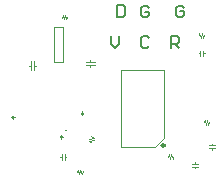
<source format=gbr>
%TF.GenerationSoftware,Altium Limited,Altium Designer,20.1.8 (145)*%
G04 Layer_Color=65535*
%FSLAX44Y44*%
%MOMM*%
%TF.SameCoordinates,E4642572-F947-42A3-9A2D-1DA0FD0549A1*%
%TF.FilePolarity,Positive*%
%TF.FileFunction,Legend,Top*%
%TF.Part,Single*%
G01*
G75*
%TA.AperFunction,NonConductor*%
%ADD32C,0.1000*%
%ADD33C,0.1016*%
%ADD45C,0.2500*%
%ADD46C,0.2032*%
D32*
X10045342Y10059832D02*
G03*
X10045342Y10059832I-500J0D01*
G01*
X10095579Y10045183D02*
G03*
X10095579Y10045183I-500J0D01*
G01*
X10105385Y10054150D02*
G03*
X10105385Y10054150I-500J0D01*
G01*
D33*
X10068173Y10096069D02*
Y10103569D01*
X10065673Y10096069D02*
Y10103569D01*
X10068173Y10099819D02*
X10069923D01*
X10063923D02*
X10065673D01*
X10112062Y10103140D02*
X10119562D01*
X10112062Y10100640D02*
X10119562D01*
X10115812Y10103140D02*
Y10104890D01*
Y10098890D02*
Y10100640D01*
X10141574Y10096216D02*
X10178074D01*
X10141574Y10031216D02*
Y10096216D01*
Y10031216D02*
X10170974D01*
X10178074Y10038316D01*
Y10096216D01*
X10084889Y10102977D02*
Y10132977D01*
X10092889Y10102977D02*
Y10132977D01*
X10084889Y10102977D02*
X10092889D01*
X10084889Y10132977D02*
X10092889D01*
X10049069Y10056094D02*
X10051863D01*
X10049069D02*
X10050339Y10054824D01*
Y10057110D01*
X10049069Y10056094D02*
X10050339Y10057110D01*
X10091341Y10038163D02*
Y10040957D01*
X10090071Y10039687D02*
X10091341Y10040957D01*
X10090071Y10039687D02*
X10092357D01*
X10091341Y10040957D02*
X10092357Y10039687D01*
X10108622Y10058376D02*
Y10061170D01*
Y10058376D02*
X10109893Y10059646D01*
X10107607D02*
X10109893D01*
X10107607D02*
X10108622Y10058376D01*
X10211409Y10107672D02*
Y10112672D01*
X10208909Y10107672D02*
Y10112672D01*
X10211409Y10110172D02*
X10212659D01*
X10207659Y10110172D02*
X10208909Y10110172D01*
X10207659Y10125441D02*
X10208159Y10127191D01*
X10209158Y10123441D01*
X10210159Y10127191D01*
X10211158Y10123441D01*
X10212158Y10125941D01*
X10094218Y10022648D02*
X10095468D01*
X10090468D02*
X10091718D01*
X10094218Y10020148D02*
Y10025148D01*
X10091718Y10020148D02*
Y10025148D01*
X10185442Y10020898D02*
X10185942Y10022648D01*
X10184442Y10024648D02*
X10185442Y10020898D01*
X10183442D02*
X10184442Y10024648D01*
X10182442D02*
X10183442Y10020898D01*
X10181442Y10022148D02*
X10182442Y10024648D01*
X10202351Y10016648D02*
X10207351D01*
X10202351Y10014148D02*
X10207351D01*
X10204851Y10016648D02*
Y10017898D01*
Y10012898D02*
Y10014148D01*
X10091639Y10140314D02*
X10092639Y10142814D01*
X10093638Y10139064D01*
X10094639Y10142814D01*
X10095638Y10139064D01*
X10096139Y10140814D01*
X10114860Y10035953D02*
X10116609Y10035453D01*
X10114860Y10035953D02*
X10118610Y10036953D01*
X10114860Y10037953D02*
X10118610Y10036953D01*
X10114860Y10037953D02*
X10118610Y10038953D01*
X10116110Y10039953D02*
X10118610Y10038953D01*
X10108468Y10008016D02*
X10109468Y10010516D01*
X10107468Y10011766D02*
X10108468Y10008016D01*
X10106468D02*
X10107468Y10011766D01*
X10105468Y10011766D02*
X10106468Y10008016D01*
X10104968Y10010016D02*
X10105468Y10011766D01*
X10218851Y10032531D02*
Y10033781D01*
Y10028781D02*
Y10030031D01*
X10216351Y10032531D02*
X10221351D01*
X10216351Y10030031D02*
X10221351D01*
X10215641Y10049755D02*
X10216641Y10052255D01*
X10214641Y10053505D02*
X10215641Y10049755D01*
X10213641Y10049755D02*
X10214641Y10053505D01*
X10212642Y10053505D02*
X10213641Y10049755D01*
X10212141Y10051755D02*
X10212642Y10053505D01*
D45*
X10178914Y10032286D02*
G03*
X10178914Y10032286I-1250J0D01*
G01*
D46*
X10194919Y10149069D02*
X10193253Y10150735D01*
X10189920D01*
X10188254Y10149069D01*
Y10142404D01*
X10189920Y10140738D01*
X10193253D01*
X10194919Y10142404D01*
Y10145737D01*
X10191586D01*
X10165409Y10123458D02*
X10163743Y10125125D01*
X10160410D01*
X10158745Y10123458D01*
Y10116794D01*
X10160410Y10115128D01*
X10163743D01*
X10165409Y10116794D01*
X10138773Y10151231D02*
Y10141234D01*
X10143771D01*
X10145437Y10142900D01*
Y10149565D01*
X10143771Y10151231D01*
X10138773D01*
X10184144Y10115128D02*
Y10125125D01*
X10189142D01*
X10190809Y10123458D01*
Y10120126D01*
X10189142Y10118460D01*
X10184144D01*
X10187476D02*
X10190809Y10115128D01*
X10133344Y10125125D02*
Y10118460D01*
X10136677Y10115128D01*
X10140009Y10118460D01*
Y10125125D01*
X10165409Y10148981D02*
X10163743Y10150648D01*
X10160410D01*
X10158745Y10148981D01*
Y10142317D01*
X10160410Y10140651D01*
X10163743D01*
X10165409Y10142317D01*
Y10145649D01*
X10162076D01*
%TF.MD5,1b988e2a6c049a7ceccf2b150187ecda*%
M02*

</source>
